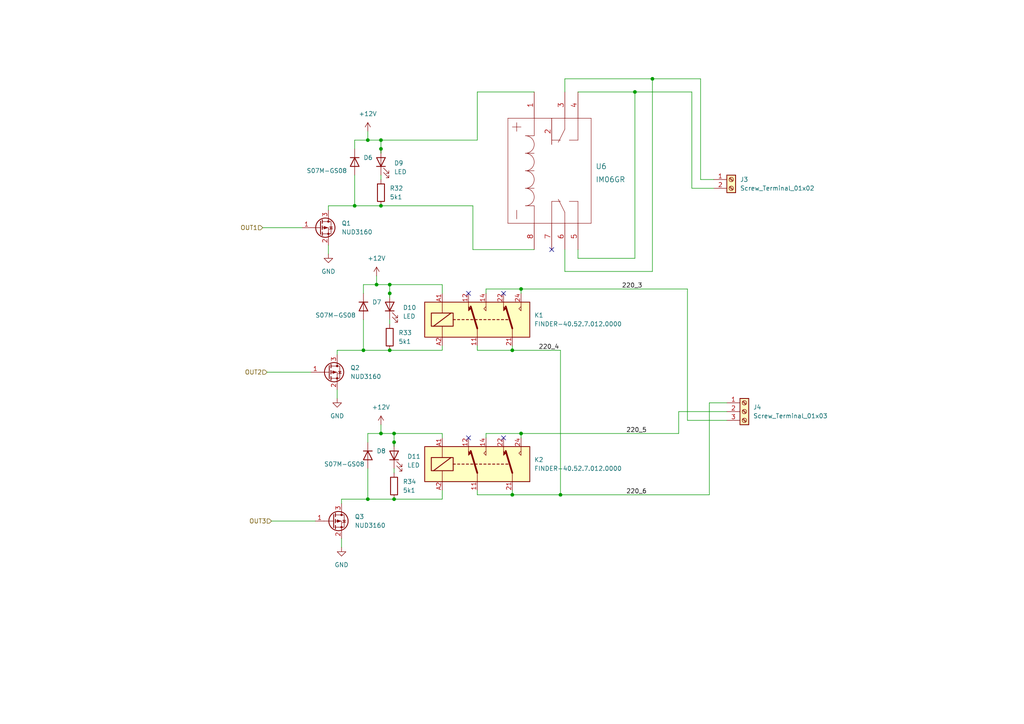
<source format=kicad_sch>
(kicad_sch (version 20211123) (generator eeschema)
  (paper "A4")
  (lib_symbols
    (symbol "2023-01-29_17-38-59:IM06GR" (pin_names (offset 0.254) hide)
      (property "Reference" "U" (at 22.86 12.7 0))
      (property "Value" "IM06GR" (at 22.86 10.16 0))
      (symbol "IM06GR_1_1"
        (polyline (pts (xy 7.62 -16.51) (xy 38.1 -16.51)) (stroke (width 0.127)))
        (polyline (pts (xy 7.62 -5.08) (xy 13.97 -5.08)) (stroke (width 0.127)))
        (polyline (pts (xy 7.62 7.62) (xy 7.62 -16.51)) (stroke (width 0.127)))
        (polyline (pts (xy 10.16 6.35) (xy 10.16 3.81)) (stroke (width 0.127)))
        (polyline (pts (xy 10.795 -8.89) (xy 7.62 -8.89)) (stroke (width 0.127)))
        (polyline (pts (xy 10.795 -8.89) (xy 14.605 -6.985)) (stroke (width 0.127)))
        (polyline (pts (xy 11.43 5.08) (xy 8.89 5.08)) (stroke (width 0.127)))
        (polyline (pts (xy 12.7 0) (xy 7.62 0)) (stroke (width 0.127)))
        (polyline (pts (xy 12.7 2.54) (xy 12.7 0)) (stroke (width 0.127)))
        (polyline (pts (xy 13.97 -12.7) (xy 7.62 -12.7)) (stroke (width 0.127)))
        (polyline (pts (xy 13.97 -10.16) (xy 13.97 -12.7)) (stroke (width 0.127)))
        (polyline (pts (xy 13.97 -5.08) (xy 13.97 -7.62)) (stroke (width 0.127)))
        (polyline (pts (xy 17.78 2.54) (xy 17.78 0)) (stroke (width 0.127)))
        (polyline (pts (xy 22.86 2.54) (xy 22.86 0)) (stroke (width 0.127)))
        (polyline (pts (xy 27.94 2.54) (xy 27.94 0)) (stroke (width 0.127)))
        (polyline (pts (xy 31.75 -12.7) (xy 31.75 -10.16)) (stroke (width 0.127)))
        (polyline (pts (xy 31.75 -7.62) (xy 31.75 -5.08)) (stroke (width 0.127)))
        (polyline (pts (xy 31.75 -5.08) (xy 38.1 -5.08)) (stroke (width 0.127)))
        (polyline (pts (xy 33.02 0) (xy 38.1 0)) (stroke (width 0.127)))
        (polyline (pts (xy 33.02 2.54) (xy 33.02 0)) (stroke (width 0.127)))
        (polyline (pts (xy 34.29 5.08) (xy 36.83 5.08)) (stroke (width 0.127)))
        (polyline (pts (xy 34.925 -8.89) (xy 31.115 -6.985)) (stroke (width 0.127)))
        (polyline (pts (xy 34.925 -8.89) (xy 38.1 -8.89)) (stroke (width 0.127)))
        (polyline (pts (xy 38.1 -16.51) (xy 38.1 7.62)) (stroke (width 0.127)))
        (polyline (pts (xy 38.1 -12.7) (xy 31.75 -12.7)) (stroke (width 0.127)))
        (polyline (pts (xy 38.1 7.62) (xy 7.62 7.62)) (stroke (width 0.127)))
        (arc (start 12.7 2.54) (mid 15.24 0) (end 17.78 2.54) (stroke (width 0.127)))
        (arc (start 17.78 2.54) (mid 20.32 0) (end 22.86 2.54) (stroke (width 0.127)))
        (arc (start 22.86 2.54) (mid 25.4 0) (end 27.94 2.54) (stroke (width 0.127)))
        (arc (start 27.94 2.54) (mid 30.48 0) (end 33.02 2.54) (stroke (width 0.127)))
        (pin unspecified line (at 0 0 0) (length 7.62) (name "1") (number "1"))
        (pin unspecified line (at 15.24 -5.08 180) (length 7.62) (name "2") (number "2"))
        (pin unspecified line (at 0 -8.89 0) (length 7.62) (name "3") (number "3"))
        (pin unspecified line (at 0 -12.7 0) (length 7.62) (name "4") (number "4"))
        (pin unspecified line (at 45.72 -12.7 180) (length 7.62) (name "5") (number "5"))
        (pin unspecified line (at 45.72 -8.89 180) (length 7.62) (name "6") (number "6"))
        (pin unspecified line (at 45.72 -5.08 180) (length 7.62) (name "7") (number "7"))
        (pin unspecified line (at 45.72 0 180) (length 7.62) (name "8") (number "8"))
      )
    )
    (symbol "Connector:Screw_Terminal_01x02" (pin_names (offset 1.016) hide)
      (property "Reference" "J" (at 0 2.54 0))
      (property "Value" "Screw_Terminal_01x02" (at 0 -5.08 0))
      (symbol "Screw_Terminal_01x02_1_1"
        (rectangle (start -1.27 1.27) (end 1.27 -3.81) (stroke (width 0.254)) (fill (type background)))
        (circle (center 0 -2.54) (radius 0.635) (stroke (width 0.1524)))
        (polyline (pts (xy -0.5334 -2.2098) (xy 0.3302 -3.048)) (stroke (width 0.1524)))
        (polyline (pts (xy -0.5334 0.3302) (xy 0.3302 -0.508)) (stroke (width 0.1524)))
        (polyline (pts (xy -0.3556 -2.032) (xy 0.508 -2.8702)) (stroke (width 0.1524)))
        (polyline (pts (xy -0.3556 0.508) (xy 0.508 -0.3302)) (stroke (width 0.1524)))
        (circle (center 0 0) (radius 0.635) (stroke (width 0.1524)))
        (pin passive line (at -5.08 0 0) (length 3.81) (name "Pin_1") (number "1"))
        (pin passive line (at -5.08 -2.54 0) (length 3.81) (name "Pin_2") (number "2"))
      )
    )
    (symbol "Connector:Screw_Terminal_01x03" (pin_names (offset 1.016) hide)
      (property "Reference" "J" (at 0 5.08 0))
      (property "Value" "Screw_Terminal_01x03" (at 0 -5.08 0))
      (symbol "Screw_Terminal_01x03_1_1"
        (rectangle (start -1.27 3.81) (end 1.27 -3.81) (stroke (width 0.254)) (fill (type background)))
        (circle (center 0 -2.54) (radius 0.635) (stroke (width 0.1524)))
        (polyline (pts (xy -0.5334 -2.2098) (xy 0.3302 -3.048)) (stroke (width 0.1524)))
        (polyline (pts (xy -0.5334 0.3302) (xy 0.3302 -0.508)) (stroke (width 0.1524)))
        (polyline (pts (xy -0.5334 2.8702) (xy 0.3302 2.032)) (stroke (width 0.1524)))
        (polyline (pts (xy -0.3556 -2.032) (xy 0.508 -2.8702)) (stroke (width 0.1524)))
        (polyline (pts (xy -0.3556 0.508) (xy 0.508 -0.3302)) (stroke (width 0.1524)))
        (polyline (pts (xy -0.3556 3.048) (xy 0.508 2.2098)) (stroke (width 0.1524)))
        (circle (center 0 0) (radius 0.635) (stroke (width 0.1524)))
        (circle (center 0 2.54) (radius 0.635) (stroke (width 0.1524)))
        (pin passive line (at -5.08 2.54 0) (length 3.81) (name "Pin_1") (number "1"))
        (pin passive line (at -5.08 0 0) (length 3.81) (name "Pin_2") (number "2"))
        (pin passive line (at -5.08 -2.54 0) (length 3.81) (name "Pin_3") (number "3"))
      )
    )
    (symbol "Device:D" (pin_numbers hide) (pin_names (offset 1.016) hide)
      (property "Reference" "D" (at 0 2.54 0))
      (property "Value" "D" (at 0 -2.54 0))
      (symbol "D_0_1"
        (polyline (pts (xy -1.27 1.27) (xy -1.27 -1.27)) (stroke (width 0.254)))
        (polyline (pts (xy 1.27 0) (xy -1.27 0)))
        (polyline (pts (xy 1.27 1.27) (xy 1.27 -1.27) (xy -1.27 0) (xy 1.27 1.27)) (stroke (width 0.254)))
      )
      (symbol "D_1_1"
        (pin passive line (at -3.81 0 0) (length 2.54) (name "K") (number "1"))
        (pin passive line (at 3.81 0 180) (length 2.54) (name "A") (number "2"))
      )
    )
    (symbol "Device:LED" (pin_numbers hide) (pin_names (offset 1.016) hide)
      (property "Reference" "D" (at 0 2.54 0))
      (property "Value" "LED" (at 0 -2.54 0))
      (symbol "LED_0_1"
        (polyline (pts (xy -1.27 -1.27) (xy -1.27 1.27)) (stroke (width 0.254)))
        (polyline (pts (xy -1.27 0) (xy 1.27 0)))
        (polyline (pts (xy 1.27 -1.27) (xy 1.27 1.27) (xy -1.27 0) (xy 1.27 -1.27)) (stroke (width 0.254)))
        (polyline (pts (xy -3.048 -0.762) (xy -4.572 -2.286) (xy -3.81 -2.286) (xy -4.572 -2.286) (xy -4.572 -1.524)))
        (polyline (pts (xy -1.778 -0.762) (xy -3.302 -2.286) (xy -2.54 -2.286) (xy -3.302 -2.286) (xy -3.302 -1.524)))
      )
      (symbol "LED_1_1"
        (pin passive line (at -3.81 0 0) (length 2.54) (name "K") (number "1"))
        (pin passive line (at 3.81 0 180) (length 2.54) (name "A") (number "2"))
      )
    )
    (symbol "Device:R" (pin_numbers hide) (pin_names (offset 0))
      (property "Reference" "R" (at 2.032 0 90))
      (property "Value" "R" (at 0 0 90))
      (symbol "R_0_1"
        (rectangle (start -1.016 -2.54) (end 1.016 2.54) (stroke (width 0.254)))
      )
      (symbol "R_1_1"
        (pin passive line (at 0 3.81 270) (length 1.27) (name "~") (number "1"))
        (pin passive line (at 0 -3.81 90) (length 1.27) (name "~") (number "2"))
      )
    )
    (symbol "Relay:FINDER-40.52"
      (property "Reference" "K" (at 16.51 3.81 0))
      (property "Value" "FINDER-40.52" (at 16.51 1.27 0))
      (symbol "FINDER-40.52_0_1"
        (rectangle (start -15.24 5.08) (end 15.24 -5.08) (stroke (width 0.254)) (fill (type background)))
        (rectangle (start -13.335 1.905) (end -6.985 -1.905) (stroke (width 0.254)))
        (polyline (pts (xy -12.7 -1.905) (xy -7.62 1.905)) (stroke (width 0.254)))
        (polyline (pts (xy -10.16 -5.08) (xy -10.16 -1.905)))
        (polyline (pts (xy -10.16 5.08) (xy -10.16 1.905)))
        (polyline (pts (xy -6.985 0) (xy -6.35 0)) (stroke (width 0.254)))
        (polyline (pts (xy -5.715 0) (xy -5.08 0)) (stroke (width 0.254)))
        (polyline (pts (xy -4.445 0) (xy -3.81 0)) (stroke (width 0.254)))
        (polyline (pts (xy -3.175 0) (xy -2.54 0)) (stroke (width 0.254)))
        (polyline (pts (xy -1.905 0) (xy -1.27 0)) (stroke (width 0.254)))
        (polyline (pts (xy -0.635 0) (xy 0 0)) (stroke (width 0.254)))
        (polyline (pts (xy 0 -2.54) (xy -1.905 3.81)) (stroke (width 0.508)))
        (polyline (pts (xy 0 -2.54) (xy 0 -5.08)))
        (polyline (pts (xy 0.635 0) (xy 1.27 0)) (stroke (width 0.254)))
        (polyline (pts (xy 1.905 0) (xy 2.54 0)) (stroke (width 0.254)))
        (polyline (pts (xy 3.175 0) (xy 3.81 0)) (stroke (width 0.254)))
        (polyline (pts (xy 4.445 0) (xy 5.08 0)) (stroke (width 0.254)))
        (polyline (pts (xy 5.715 0) (xy 6.35 0)) (stroke (width 0.254)))
        (polyline (pts (xy 6.985 0) (xy 7.62 0)) (stroke (width 0.254)))
        (polyline (pts (xy 8.255 0) (xy 8.89 0)) (stroke (width 0.254)))
        (polyline (pts (xy 10.16 -2.54) (xy 8.255 3.81)) (stroke (width 0.508)))
        (polyline (pts (xy 10.16 -2.54) (xy 10.16 -5.08)))
        (polyline (pts (xy -2.54 5.08) (xy -2.54 2.54) (xy -1.905 3.175) (xy -2.54 3.81)) (fill (type outline)))
        (polyline (pts (xy 2.54 5.08) (xy 2.54 2.54) (xy 1.905 3.175) (xy 2.54 3.81)))
        (polyline (pts (xy 7.62 5.08) (xy 7.62 2.54) (xy 8.255 3.175) (xy 7.62 3.81)) (fill (type outline)))
        (polyline (pts (xy 12.7 5.08) (xy 12.7 2.54) (xy 12.065 3.175) (xy 12.7 3.81)))
      )
      (symbol "FINDER-40.52_1_1"
        (pin passive line (at 0 -7.62 90) (length 2.54) (name "~") (number "11"))
        (pin passive line (at -2.54 7.62 270) (length 2.54) (name "~") (number "12"))
        (pin passive line (at 2.54 7.62 270) (length 2.54) (name "~") (number "14"))
        (pin passive line (at 10.16 -7.62 90) (length 2.54) (name "~") (number "21"))
        (pin passive line (at 7.62 7.62 270) (length 2.54) (name "~") (number "22"))
        (pin passive line (at 12.7 7.62 270) (length 2.54) (name "~") (number "24"))
        (pin passive line (at -10.16 7.62 270) (length 2.54) (name "~") (number "A1"))
        (pin passive line (at -10.16 -7.62 90) (length 2.54) (name "~") (number "A2"))
      )
    )
    (symbol "Transistor_FET:TSM2301ACX" (pin_names hide)
      (property "Reference" "Q" (at 5.08 1.905 0))
      (property "Value" "TSM2301ACX" (at 5.08 0 0))
      (symbol "TSM2301ACX_0_1"
        (polyline (pts (xy 0.254 0) (xy -2.54 0)))
        (polyline (pts (xy 0.254 1.905) (xy 0.254 -1.905)) (stroke (width 0.254)))
        (polyline (pts (xy 0.762 -1.27) (xy 0.762 -2.286)) (stroke (width 0.254)))
        (polyline (pts (xy 0.762 0.508) (xy 0.762 -0.508)) (stroke (width 0.254)))
        (polyline (pts (xy 0.762 2.286) (xy 0.762 1.27)) (stroke (width 0.254)))
        (polyline (pts (xy 2.54 2.54) (xy 2.54 1.778)))
        (polyline (pts (xy 2.54 -2.54) (xy 2.54 0) (xy 0.762 0)))
        (polyline (pts (xy 0.762 1.778) (xy 3.302 1.778) (xy 3.302 -1.778) (xy 0.762 -1.778)))
        (polyline (pts (xy 2.286 0) (xy 1.27 0.381) (xy 1.27 -0.381) (xy 2.286 0)) (fill (type outline)))
        (polyline (pts (xy 2.794 -0.508) (xy 2.921 -0.381) (xy 3.683 -0.381) (xy 3.81 -0.254)))
        (polyline (pts (xy 3.302 -0.381) (xy 2.921 0.254) (xy 3.683 0.254) (xy 3.302 -0.381)))
        (circle (center 1.651 0) (radius 2.794) (stroke (width 0.254)))
        (circle (center 2.54 -1.778) (radius 0.254) (fill (type outline)))
        (circle (center 2.54 1.778) (radius 0.254) (fill (type outline)))
      )
      (symbol "TSM2301ACX_1_1"
        (pin input line (at -5.08 0 0) (length 2.54) (name "G") (number "1"))
        (pin passive line (at 2.54 -5.08 90) (length 2.54) (name "S") (number "2"))
        (pin passive line (at 2.54 5.08 270) (length 2.54) (name "D") (number "3"))
      )
    )
    (symbol "power:+12V" (power) (pin_names (offset 0))
      (property "Value" "+12V" (at 0 3.556 0))
      (symbol "+12V_0_1"
        (polyline (pts (xy -0.762 1.27) (xy 0 2.54)))
        (polyline (pts (xy 0 0) (xy 0 2.54)))
        (polyline (pts (xy 0 2.54) (xy 0.762 1.27)))
      )
      (symbol "+12V_1_1"
        (pin power_in line (at 0 0 90) (length 0) hide (name "+12V") (number "1"))
      )
    )
    (symbol "power:GND" (power) (pin_names (offset 0))
      (property "Value" "GND" (at 0 -3.81 0))
      (symbol "GND_0_1"
        (polyline (pts (xy 0 0) (xy 0 -1.27) (xy 1.27 -1.27) (xy 0 -2.54) (xy -1.27 -1.27) (xy 0 -1.27)))
      )
      (symbol "GND_1_1"
        (pin power_in line (at 0 0 270) (length 0) hide (name "GND") (number "1"))
      )
    )
  )
  (junction (at 110.49 59.69))
  (junction (at 109.22 82.55))
  (junction (at 106.68 40.64))
  (junction (at 110.49 125.73))
  (junction (at 113.03 85.09))
  (junction (at 151.13 125.73))
  (junction (at 189.23 22.86))
  (junction (at 114.3 128.27))
  (junction (at 110.49 40.64))
  (junction (at 105.41 101.6))
  (junction (at 162.56 143.51))
  (junction (at 114.3 125.73))
  (junction (at 148.59 143.51))
  (junction (at 184.15 26.67))
  (junction (at 113.03 82.55))
  (junction (at 113.03 101.6))
  (junction (at 110.49 43.18))
  (junction (at 114.3 144.78))
  (junction (at 106.68 144.78))
  (junction (at 151.13 83.82))
  (junction (at 102.87 59.69))
  (junction (at 148.59 101.6))
  (no_connect (at 146.05 85.09))
  (no_connect (at 146.05 127))
  (no_connect (at 135.89 85.09))
  (no_connect (at 160.02 72.39))
  (no_connect (at 135.89 127))
  (wire (pts (xy 163.83 22.86) (xy 189.23 22.86)))
  (wire (pts (xy 102.87 43.18) (xy 102.87 40.64)))
  (wire (pts (xy 189.23 22.86) (xy 203.2 22.86)))
  (wire (pts (xy 199.39 121.92) (xy 210.82 121.92)))
  (wire (pts (xy 128.27 144.78) (xy 128.27 142.24)))
  (wire (pts (xy 110.49 59.69) (xy 137.16 59.69)))
  (wire (pts (xy 109.22 82.55) (xy 113.03 82.55)))
  (wire (pts (xy 102.87 59.69) (xy 95.25 59.69)))
  (wire (pts (xy 97.79 113.03) (xy 97.79 115.57)))
  (wire (pts (xy 105.41 82.55) (xy 109.22 82.55)))
  (wire (pts (xy 77.47 107.95) (xy 90.17 107.95)))
  (wire (pts (xy 138.43 100.33) (xy 138.43 101.6)))
  (wire (pts (xy 105.41 101.6) (xy 97.79 101.6)))
  (wire (pts (xy 114.3 125.73) (xy 128.27 125.73)))
  (wire (pts (xy 148.59 143.51) (xy 148.59 142.24)))
  (wire (pts (xy 138.43 143.51) (xy 148.59 143.51)))
  (wire (pts (xy 110.49 40.64) (xy 138.43 40.64)))
  (wire (pts (xy 200.66 54.61) (xy 207.01 54.61)))
  (wire (pts (xy 110.49 43.18) (xy 110.49 44.45)))
  (wire (pts (xy 138.43 26.67) (xy 154.94 26.67)))
  (wire (pts (xy 105.41 85.09) (xy 105.41 82.55)))
  (wire (pts (xy 106.68 144.78) (xy 99.06 144.78)))
  (wire (pts (xy 184.15 26.67) (xy 184.15 74.93)))
  (wire (pts (xy 162.56 101.6) (xy 162.56 143.51)))
  (wire (pts (xy 95.25 71.12) (xy 95.25 73.66)))
  (wire (pts (xy 110.49 125.73) (xy 114.3 125.73)))
  (wire (pts (xy 113.03 82.55) (xy 113.03 85.09)))
  (wire (pts (xy 106.68 125.73) (xy 110.49 125.73)))
  (wire (pts (xy 148.59 101.6) (xy 162.56 101.6)))
  (wire (pts (xy 128.27 82.55) (xy 128.27 85.09)))
  (wire (pts (xy 137.16 59.69) (xy 137.16 72.39)))
  (wire (pts (xy 110.49 40.64) (xy 110.49 43.18)))
  (wire (pts (xy 114.3 135.89) (xy 114.3 137.16)))
  (wire (pts (xy 113.03 101.6) (xy 128.27 101.6)))
  (wire (pts (xy 113.03 101.6) (xy 105.41 101.6)))
  (wire (pts (xy 200.66 26.67) (xy 200.66 54.61)))
  (wire (pts (xy 106.68 128.27) (xy 106.68 125.73)))
  (wire (pts (xy 114.3 144.78) (xy 128.27 144.78)))
  (wire (pts (xy 148.59 143.51) (xy 162.56 143.51)))
  (wire (pts (xy 110.49 50.8) (xy 110.49 52.07)))
  (wire (pts (xy 113.03 85.09) (xy 113.03 86.36)))
  (wire (pts (xy 140.97 83.82) (xy 151.13 83.82)))
  (wire (pts (xy 110.49 59.69) (xy 102.87 59.69)))
  (wire (pts (xy 109.22 80.01) (xy 109.22 82.55)))
  (wire (pts (xy 140.97 125.73) (xy 151.13 125.73)))
  (wire (pts (xy 114.3 144.78) (xy 106.68 144.78)))
  (wire (pts (xy 196.85 119.38) (xy 210.82 119.38)))
  (wire (pts (xy 196.85 119.38) (xy 196.85 125.73)))
  (wire (pts (xy 167.64 74.93) (xy 167.64 72.39)))
  (wire (pts (xy 128.27 101.6) (xy 128.27 100.33)))
  (wire (pts (xy 205.74 116.84) (xy 210.82 116.84)))
  (wire (pts (xy 138.43 40.64) (xy 138.43 26.67)))
  (wire (pts (xy 167.64 26.67) (xy 184.15 26.67)))
  (wire (pts (xy 140.97 127) (xy 140.97 125.73)))
  (wire (pts (xy 151.13 125.73) (xy 151.13 127)))
  (wire (pts (xy 76.2 66.04) (xy 87.63 66.04)))
  (wire (pts (xy 102.87 40.64) (xy 106.68 40.64)))
  (wire (pts (xy 114.3 128.27) (xy 114.3 129.54)))
  (wire (pts (xy 137.16 72.39) (xy 154.94 72.39)))
  (wire (pts (xy 148.59 100.33) (xy 148.59 101.6)))
  (wire (pts (xy 199.39 83.82) (xy 199.39 121.92)))
  (wire (pts (xy 184.15 26.67) (xy 200.66 26.67)))
  (wire (pts (xy 102.87 50.8) (xy 102.87 59.69)))
  (wire (pts (xy 138.43 101.6) (xy 148.59 101.6)))
  (wire (pts (xy 97.79 101.6) (xy 97.79 102.87)))
  (wire (pts (xy 128.27 125.73) (xy 128.27 127)))
  (wire (pts (xy 106.68 40.64) (xy 110.49 40.64)))
  (wire (pts (xy 205.74 143.51) (xy 205.74 116.84)))
  (wire (pts (xy 110.49 123.19) (xy 110.49 125.73)))
  (wire (pts (xy 78.74 151.13) (xy 91.44 151.13)))
  (wire (pts (xy 106.68 38.1) (xy 106.68 40.64)))
  (wire (pts (xy 151.13 83.82) (xy 151.13 85.09)))
  (wire (pts (xy 138.43 142.24) (xy 138.43 143.51)))
  (wire (pts (xy 163.83 26.67) (xy 163.83 22.86)))
  (wire (pts (xy 162.56 143.51) (xy 205.74 143.51)))
  (wire (pts (xy 106.68 135.89) (xy 106.68 144.78)))
  (wire (pts (xy 151.13 83.82) (xy 199.39 83.82)))
  (wire (pts (xy 203.2 52.07) (xy 207.01 52.07)))
  (wire (pts (xy 163.83 78.74) (xy 163.83 72.39)))
  (wire (pts (xy 113.03 82.55) (xy 128.27 82.55)))
  (wire (pts (xy 95.25 59.69) (xy 95.25 60.96)))
  (wire (pts (xy 105.41 92.71) (xy 105.41 101.6)))
  (wire (pts (xy 113.03 92.71) (xy 113.03 93.98)))
  (wire (pts (xy 140.97 85.09) (xy 140.97 83.82)))
  (wire (pts (xy 203.2 22.86) (xy 203.2 52.07)))
  (wire (pts (xy 114.3 125.73) (xy 114.3 128.27)))
  (wire (pts (xy 189.23 22.86) (xy 189.23 78.74)))
  (wire (pts (xy 184.15 74.93) (xy 167.64 74.93)))
  (wire (pts (xy 189.23 78.74) (xy 163.83 78.74)))
  (wire (pts (xy 151.13 125.73) (xy 196.85 125.73)))
  (wire (pts (xy 99.06 144.78) (xy 99.06 146.05)))
  (wire (pts (xy 99.06 156.21) (xy 99.06 158.75)))
  (label "220_6" (at 181.61 143.51 0))
  (label "220_3" (at 180.34 83.82 0))
  (label "220_4" (at 156.21 101.6 0))
  (label "220_5" (at 181.61 125.73 0))
  (hierarchical_label "OUT3" (shape input) (at 78.74 151.13 180))
  (hierarchical_label "OUT2" (shape input) (at 77.47 107.95 180))
  (hierarchical_label "OUT1" (shape input) (at 76.2 66.04 180))
  (symbol (lib_id "power:+12V") (at 110.49 123.19 0) (unit 1)
    (property "Reference" "#PWR032" (effects hide))
    (property "Value" "+12V" (at 110.49 118.11 0))
  )
  (symbol (lib_id "Device:D") (at 102.87 46.99 270) (unit 1)
    (property "Reference" "D6" (at 105.41 45.7199 90) (effects (justify left)))
    (property "Value" "S07M-GS08" (at 88.9 49.53 90) (effects (justify left)))
    (property "Footprint" "Diode_SMD:D_SMF" (effects hide))
  )
  (symbol (lib_id "Device:LED") (at 110.49 46.99 90) (unit 1)
    (property "Reference" "D9" (at 114.3 47.3074 90) (effects (justify right)))
    (property "Value" "LED" (at 114.3 49.8474 90) (effects (justify right)))
    (property "Footprint" "LED_THT:LED_D3.0mm" (effects hide))
  )
  (symbol (lib_id "Connector:Screw_Terminal_01x03") (at 215.9 119.38 0) (unit 1)
    (property "Reference" "J4" (at 218.44 118.1099 0) (effects (justify left)))
    (property "Value" "Screw_Terminal_01x03" (at 218.44 120.6499 0) (effects (justify left)))
    (property "Footprint" "TerminalBlock_Phoenix:TerminalBlock_Phoenix_MKDS-1,5-3-5.08_1x03_P5.08mm_Horizontal" (effects hide))
  )
  (symbol (lib_id "Transistor_FET:TSM2301ACX") (at 96.52 151.13 0) (unit 1)
    (property "Reference" "Q3" (at 102.87 149.8599 0) (effects (justify left)))
    (property "Value" "NUD3160" (at 102.87 152.3999 0) (effects (justify left)))
    (property "Footprint" "Package_TO_SOT_SMD:SOT-23" (effects hide))
    (property "Datasheet" "https://www.taiwansemi.com/products/datasheet/TSM2301A_C15.pdf" (effects hide))
  )
  (symbol (lib_id "Device:R") (at 114.3 140.97 0) (unit 1)
    (property "Reference" "R34" (at 116.84 139.6999 0) (effects (justify left)))
    (property "Value" "5k1" (at 116.84 142.2399 0) (effects (justify left)))
    (property "Footprint" "Resistor_SMD:R_0805_2012Metric_Pad1.20x1.40mm_HandSolder" (effects hide))
  )
  (symbol (lib_id "Device:D") (at 105.41 88.9 270) (unit 1)
    (property "Reference" "D7" (at 107.95 87.6299 90) (effects (justify left)))
    (property "Value" "S07M-GS08" (at 91.44 91.44 90) (effects (justify left)))
    (property "Footprint" "Diode_SMD:D_SMF" (effects hide))
  )
  (symbol (lib_id "Device:D") (at 106.68 132.08 270) (unit 1)
    (property "Reference" "D8" (at 109.22 130.8099 90) (effects (justify left)))
    (property "Value" "S07M-GS08" (at 93.98 134.62 90) (effects (justify left)))
    (property "Footprint" "Diode_SMD:D_SMF" (effects hide))
  )
  (symbol (lib_id "2023-01-29_17-38-59:IM06GR") (at 154.94 26.67 90) (mirror x) (unit 1)
    (property "Reference" "U6" (at 172.72 48.26 90) (effects (font (size 1.524 1.524)) (justify right)))
    (property "Value" "IM06GR" (at 172.72 52.07 90) (effects (font (size 1.524 1.524)) (justify right)))
    (property "Footprint" "IM06GR:IM06GR" (effects hide))
  )
  (symbol (lib_id "Relay:FINDER-40.52") (at 138.43 134.62 0) (unit 1)
    (property "Reference" "K2" (at 154.94 133.3499 0) (effects (justify left)))
    (property "Value" "FINDER-40.52.7.012.0000" (at 154.94 135.8899 0) (effects (justify left)))
    (property "Footprint" "Relay_THT:Relay_DPDT_Finder_40.52" (effects hide))
    (property "Datasheet" "http://gfinder.findernet.com/assets/Series/353/S40EN.pdf" (effects hide))
  )
  (symbol (lib_id "Device:LED") (at 113.03 88.9 90) (unit 1)
    (property "Reference" "D10" (at 116.84 89.2174 90) (effects (justify right)))
    (property "Value" "LED" (at 116.84 91.7574 90) (effects (justify right)))
    (property "Footprint" "LED_THT:LED_D3.0mm" (effects hide))
  )
  (symbol (lib_id "Device:R") (at 110.49 55.88 0) (unit 1)
    (property "Reference" "R32" (at 113.03 54.6099 0) (effects (justify left)))
    (property "Value" "5k1" (at 113.03 57.1499 0) (effects (justify left)))
    (property "Footprint" "Resistor_SMD:R_0805_2012Metric_Pad1.20x1.40mm_HandSolder" (effects hide))
  )
  (symbol (lib_id "Connector:Screw_Terminal_01x02") (at 212.09 52.07 0) (unit 1)
    (property "Reference" "J3" (at 214.63 52.0699 0) (effects (justify left)))
    (property "Value" "Screw_Terminal_01x02" (at 214.63 54.6099 0) (effects (justify left)))
    (property "Footprint" "TerminalBlock_Phoenix:TerminalBlock_Phoenix_MKDS-1,5-2-5.08_1x02_P5.08mm_Horizontal" (effects hide))
  )
  (symbol (lib_id "Device:R") (at 113.03 97.79 0) (unit 1)
    (property "Reference" "R33" (at 115.57 96.5199 0) (effects (justify left)))
    (property "Value" "5k1" (at 115.57 99.0599 0) (effects (justify left)))
    (property "Footprint" "Resistor_SMD:R_0805_2012Metric_Pad1.20x1.40mm_HandSolder" (effects hide))
  )
  (symbol (lib_id "power:GND") (at 97.79 115.57 0) (unit 1)
    (property "Reference" "#PWR028" (effects hide))
    (property "Value" "GND" (at 97.79 120.65 0))
  )
  (symbol (lib_id "power:GND") (at 99.06 158.75 0) (unit 1)
    (property "Reference" "#PWR029" (effects hide))
    (property "Value" "GND" (at 99.06 163.83 0))
  )
  (symbol (lib_id "Device:LED") (at 114.3 132.08 90) (unit 1)
    (property "Reference" "D11" (at 118.11 132.3974 90) (effects (justify right)))
    (property "Value" "LED" (at 118.11 134.9374 90) (effects (justify right)))
    (property "Footprint" "LED_THT:LED_D3.0mm" (effects hide))
  )
  (symbol (lib_id "power:+12V") (at 109.22 80.01 0) (unit 1)
    (property "Reference" "#PWR031" (effects hide))
    (property "Value" "+12V" (at 109.22 74.93 0))
  )
  (symbol (lib_id "power:GND") (at 95.25 73.66 0) (unit 1)
    (property "Reference" "#PWR027" (effects hide))
    (property "Value" "GND" (at 95.25 78.74 0))
  )
  (symbol (lib_id "Transistor_FET:TSM2301ACX") (at 92.71 66.04 0) (unit 1)
    (property "Reference" "Q1" (at 99.06 64.7699 0) (effects (justify left)))
    (property "Value" "NUD3160" (at 99.06 67.3099 0) (effects (justify left)))
    (property "Footprint" "Package_TO_SOT_SMD:SOT-23" (effects hide))
    (property "Datasheet" "https://www.taiwansemi.com/products/datasheet/TSM2301A_C15.pdf" (effects hide))
  )
  (symbol (lib_id "Transistor_FET:TSM2301ACX") (at 95.25 107.95 0) (unit 1)
    (property "Reference" "Q2" (at 101.6 106.6799 0) (effects (justify left)))
    (property "Value" "NUD3160" (at 101.6 109.2199 0) (effects (justify left)))
    (property "Footprint" "Package_TO_SOT_SMD:SOT-23" (effects hide))
    (property "Datasheet" "https://www.taiwansemi.com/products/datasheet/TSM2301A_C15.pdf" (effects hide))
  )
  (symbol (lib_id "power:+12V") (at 106.68 38.1 0) (unit 1)
    (property "Reference" "#PWR030" (effects hide))
    (property "Value" "+12V" (at 106.68 33.02 0))
  )
  (symbol (lib_id "Relay:FINDER-40.52") (at 138.43 92.71 0) (unit 1)
    (property "Reference" "K1" (at 154.94 91.4399 0) (effects (justify left)))
    (property "Value" "FINDER-40.52.7.012.0000" (at 154.94 93.9799 0) (effects (justify left)))
    (property "Footprint" "Relay_THT:Relay_DPDT_Finder_40.52" (effects hide))
    (property "Datasheet" "http://gfinder.findernet.com/assets/Series/353/S40EN.pdf" (effects hide))
  )
)
</source>
